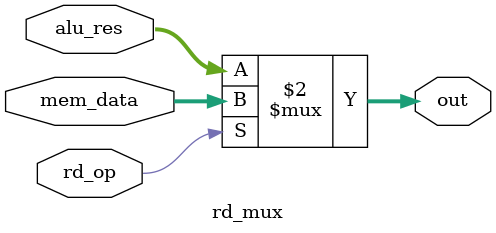
<source format=v>
`timescale 1ns / 1ps


module rd_mux (  
    input rd_op,
    input [7:0]mem_data,
    input [7:0]alu_res,
    output [7:0]out
);

    assign out = (rd_op == 1'b1) ? mem_data : alu_res;
    
endmodule
</source>
